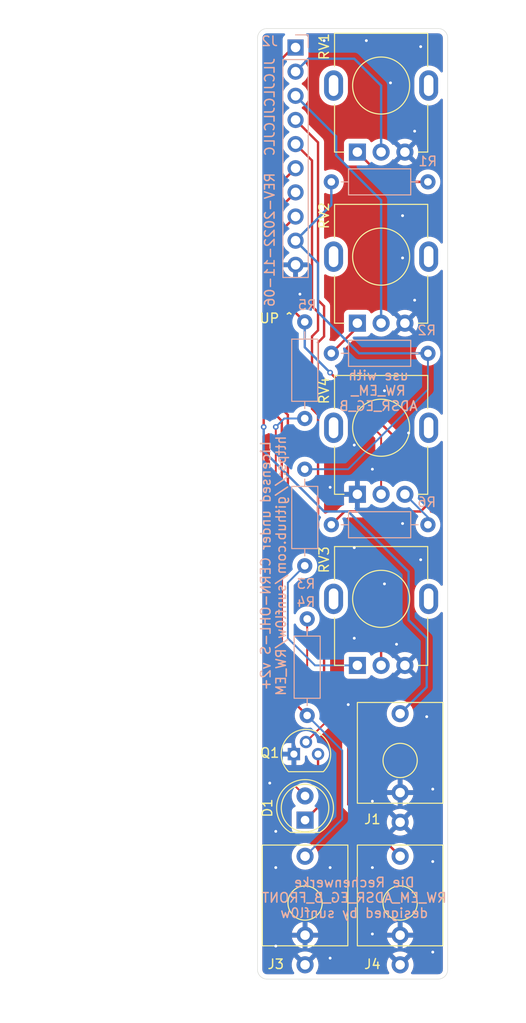
<source format=kicad_pcb>
(kicad_pcb (version 20211014) (generator pcbnew)
  (title_block (title "RW_EM_ADSR_EG_B_FRONT") (date "2022-11-06") (rev "2022-11-06") (comment 1 "Licensed under CERN-OHL-S v2") (comment 2 "https://github.com/sunfl0w/RW_EM"))
  (layers (0 "F.Cu" signal) (31 "B.Cu" signal) (34 "B.Paste" user) (35 "F.Paste" user) (36 "B.SilkS" user "B.Silkscreen") (37 "F.SilkS" user "F.Silkscreen") (38 "B.Mask" user) (39 "F.Mask" user) (44 "Edge.Cuts" user))
  (net 0 "")
  (net 1 "Net-(D1-Pad1)")
  (net 2 "Net-(D1-Pad2)")
  (net 3 "GND")
  (net 4 "GATE")
  (net 5 "A_CV")
  (net 6 "D_CV")
  (net 7 "S_CV")
  (net 8 "R_CV")
  (net 9 "ENV")
  (net 10 "INV_ENV")
  (net 11 "+12V")
  (net 12 "-12V")
  (net 13 "Net-(Q1-Pad2)")
  (net 14 "Net-(R1-Pad1)")
  (net 15 "Net-(R2-Pad1)")
  (net 16 "Net-(R3-Pad1)")
  (net 17 "Net-(R6-Pad1)")
  (footprint "RW_EurorackModular:Potentiometer_R0904N_SongHuei" (layer "F.Cu") (at 133 100)
    (fp_text reference "RV3" (at -6 -4.115 90 unlocked) (layer "F.SilkS"))
    (fp_text value "10k")
    (fp_line (start 0 -5.5) (end 4.9 -5.5) (layer "F.SilkS") (width 0.12))
    (fp_line (start 4.9 7) (end 3.9 7) (layer "F.SilkS") (width 0.12))
    (fp_line (start 4.9 -5.5) (end 4.9 -2) (layer "F.SilkS") (width 0.12))
    (fp_line (start -4.9 -5.5) (end -4.9 -2) (layer "F.SilkS") (width 0.12))
    (fp_line (start 4.9 7) (end 4.9 2) (layer "F.SilkS") (width 0.12))
    (fp_line (start -4.9 7) (end -4.9 2) (layer "F.SilkS") (width 0.12))
    (fp_line (start 0 -5.5) (end -4.9 -5.5) (layer "F.SilkS") (width 0.12))
    (fp_line (start -4.9 7) (end -3.9 7) (layer "F.SilkS") (width 0.12))
    (fp_circle (center 0 0) (end 3 0) (layer "F.SilkS") (width 0.12) (fill none))
    (pad "" thru_hole oval (at -5 0) (size 2 3.2) (drill oval 1 2.2) (layers *.Cu *.Mask))
    (pad "" thru_hole oval (at 5 0) (size 2 3.2) (drill oval 1 2.2) (layers *.Cu *.Mask))
    (pad "1" thru_hole rect (at -2.5 7) (size 1.8 1.8) (drill 1) (layers *.Cu *.Mask) (net 16 "Net-(R3-Pad1)"))
    (pad "2" thru_hole circle (at 0 7) (size 1.8 1.8) (drill 1) (layers *.Cu *.Mask) (net 8 "R_CV"))
    (pad "3" thru_hole circle (at 2.5 7) (size 1.8 1.8) (drill 1) (layers *.Cu *.Mask) (net 3 "GND"))
  )
  (footprint "RW_EurorackModular:PJ301M-12" (layer "F.Cu") (at 135 132)
    (fp_text reference "J4" (at -2.92 6.43 unlocked) (layer "F.SilkS"))
    (fp_text value "PJ301M-12")
    (fp_rect (start 4.5 -6.1) (end -4.5 4.5) (layer "F.SilkS") (width 0.12) (fill none))
    (fp_circle (center 0 0) (end 1.8 0) (layer "F.SilkS") (width 0.12) (fill none))
    (pad "S" thru_hole circle (at 0 6.5) (size 1.8 1.8) (drill 1) (layers *.Cu *.Mask) (net 3 "GND"))
    (pad "T" thru_hole circle (at 0 -4.92) (size 1.8 1.8) (drill 1) (layers *.Cu *.Mask) (net 10 "INV_ENV"))
    (pad "TN" thru_hole oval (at 0 3.38) (size 1.8 1.8) (drill oval 1) (layers *.Cu *.Mask) (net 3 "GND"))
  )
  (footprint "LED_THT:LED_D5.0mm" (layer "F.Cu") (at 125 123.275 90)
    (fp_text reference "D1" (at 1.27 -3.96 90) (layer "F.SilkS"))
    (fp_text value "LED")
    (fp_line (start -1.29 -1.545) (end -1.29 1.545) (layer "F.SilkS") (width 0.12))
    (fp_arc (start -1.29 -1.54483) (mid 2.072002 -2.880433) (end 4.26 0.000462) (layer "F.SilkS") (width 0.12))
    (fp_arc (start 4.26 -0.000462) (mid 2.072002 2.880433) (end -1.29 1.54483) (layer "F.SilkS") (width 0.12))
    (fp_circle (center 1.27 0) (end 3.77 0) (layer "F.SilkS") (width 0.12) (fill none))
    (pad "1" thru_hole rect (at 0 0 90) (size 1.8 1.8) (drill 0.9) (layers *.Cu *.Mask) (net 1 "Net-(D1-Pad1)"))
    (pad "2" thru_hole circle (at 2.54 0 90) (size 1.8 1.8) (drill 0.9) (layers *.Cu *.Mask) (net 2 "Net-(D1-Pad2)"))
  )
  (footprint "RW_EurorackModular:Potentiometer_R0904N_SongHuei" (layer "F.Cu") (at 133 82)
    (fp_text reference "RV4" (at -6 -3.895 90 unlocked) (layer "F.SilkS"))
    (fp_text value "10k")
    (fp_line (start -4.9 7) (end -4.9 2) (layer "F.SilkS") (width 0.12))
    (fp_line (start 0 -5.5) (end -4.9 -5.5) (layer "F.SilkS") (width 0.12))
    (fp_line (start 4.9 7) (end 4.9 2) (layer "F.SilkS") (width 0.12))
    (fp_line (start 0 -5.5) (end 4.9 -5.5) (layer "F.SilkS") (width 0.12))
    (fp_line (start 4.9 7) (end 3.9 7) (layer "F.SilkS") (width 0.12))
    (fp_line (start 4.9 -5.5) (end 4.9 -2) (layer "F.SilkS") (width 0.12))
    (fp_line (start -4.9 7) (end -3.9 7) (layer "F.SilkS") (width 0.12))
    (fp_line (start -4.9 -5.5) (end -4.9 -2) (layer "F.SilkS") (width 0.12))
    (fp_circle (center 0 0) (end 3 0) (layer "F.SilkS") (width 0.12) (fill none))
    (pad "" thru_hole oval (at 5 0) (size 2 3.2) (drill oval 1 2.2) (layers *.Cu *.Mask))
    (pad "" thru_hole oval (at -5 0) (size 2 3.2) (drill oval 1 2.2) (layers *.Cu *.Mask))
    (pad "1" thru_hole rect (at -2.5 7) (size 1.8 1.8) (drill 1) (layers *.Cu *.Mask) (net 3 "GND"))
    (pad "2" thru_hole circle (at 0 7) (size 1.8 1.8) (drill 1) (layers *.Cu *.Mask) (net 7 "S_CV"))
    (pad "3" thru_hole circle (at 2.5 7) (size 1.8 1.8) (drill 1) (layers *.Cu *.Mask) (net 17 "Net-(R6-Pad1)"))
  )
  (footprint "RW_EurorackModular:Potentiometer_R0904N_SongHuei" (layer "F.Cu") (at 133 46)
    (fp_text reference "RV1" (at -6 -4.09 90 unlocked) (layer "F.SilkS"))
    (fp_text value "10k")
    (fp_line (start 4.9 7) (end 3.9 7) (layer "F.SilkS") (width 0.12))
    (fp_line (start -4.9 7) (end -3.9 7) (layer "F.SilkS") (width 0.12))
    (fp_line (start -4.9 -5.5) (end -4.9 -2) (layer "F.SilkS") (width 0.12))
    (fp_line (start 4.9 7) (end 4.9 2) (layer "F.SilkS") (width 0.12))
    (fp_line (start 0 -5.5) (end -4.9 -5.5) (layer "F.SilkS") (width 0.12))
    (fp_line (start 0 -5.5) (end 4.9 -5.5) (layer "F.SilkS") (width 0.12))
    (fp_line (start -4.9 7) (end -4.9 2) (layer "F.SilkS") (width 0.12))
    (fp_line (start 4.9 -5.5) (end 4.9 -2) (layer "F.SilkS") (width 0.12))
    (fp_circle (center 0 0) (end 3 0) (layer "F.SilkS") (width 0.12) (fill none))
    (pad "" thru_hole oval (at 5 0) (size 2 3.2) (drill oval 1 2.2) (layers *.Cu *.Mask))
    (pad "" thru_hole oval (at -5 0) (size 2 3.2) (drill oval 1 2.2) (layers *.Cu *.Mask))
    (pad "1" thru_hole rect (at -2.5 7) (size 1.8 1.8) (drill 1) (layers *.Cu *.Mask) (net 14 "Net-(R1-Pad1)"))
    (pad "2" thru_hole circle (at 0 7) (size 1.8 1.8) (drill 1) (layers *.Cu *.Mask) (net 5 "A_CV"))
    (pad "3" thru_hole circle (at 2.5 7) (size 1.8 1.8) (drill 1) (layers *.Cu *.Mask) (net 3 "GND"))
  )
  (footprint "RW_EurorackModular:Potentiometer_R0904N_SongHuei" (layer "F.Cu") (at 133 64)
    (fp_text reference "RV2" (at -6 -4.31 90 unlocked) (layer "F.SilkS"))
    (fp_text value "10k")
    (fp_line (start 0 -5.5) (end 4.9 -5.5) (layer "F.SilkS") (width 0.12))
    (fp_line (start -4.9 7) (end -3.9 7) (layer "F.SilkS") (width 0.12))
    (fp_line (start 4.9 7) (end 3.9 7) (layer "F.SilkS") (width 0.12))
    (fp_line (start -4.9 7) (end -4.9 2) (layer "F.SilkS") (width 0.12))
    (fp_line (start 0 -5.5) (end -4.9 -5.5) (layer "F.SilkS") (width 0.12))
    (fp_line (start 4.9 -5.5) (end 4.9 -2) (layer "F.SilkS") (width 0.12))
    (fp_line (start 4.9 7) (end 4.9 2) (layer "F.SilkS") (width 0.12))
    (fp_line (start -4.9 -5.5) (end -4.9 -2) (layer "F.SilkS") (width 0.12))
    (fp_circle (center 0 0) (end 3 0) (layer "F.SilkS") (width 0.12) (fill none))
    (pad "" thru_hole oval (at 5 0) (size 2 3.2) (drill oval 1 2.2) (layers *.Cu *.Mask))
    (pad "" thru_hole oval (at -5 0) (size 2 3.2) (drill oval 1 2.2) (layers *.Cu *.Mask))
    (pad "1" thru_hole rect (at -2.5 7) (size 1.8 1.8) (drill 1) (layers *.Cu *.Mask) (net 15 "Net-(R2-Pad1)"))
    (pad "2" thru_hole circle (at 0 7) (size 1.8 1.8) (drill 1) (layers *.Cu *.Mask) (net 6 "D_CV"))
    (pad "3" thru_hole circle (at 2.5 7) (size 1.8 1.8) (drill 1) (layers *.Cu *.Mask) (net 3 "GND"))
  )
  (footprint "Package_TO_SOT_THT:TO-92" (layer "F.Cu") (at 123.825 116.332)
    (fp_text reference "Q1" (at -2.54 -0.127) (layer "F.SilkS"))
    (fp_text value "2N5551")
    (fp_line (start -0.53 1.85) (end 3.07 1.85) (layer "F.SilkS") (width 0.12))
    (fp_arc (start -0.568478 1.838478) (mid -1.132087 -0.994977) (end 1.27 -2.6) (layer "F.SilkS") (width 0.12))
    (fp_arc (start 1.27 -2.6) (mid 3.672087 -0.994977) (end 3.108478 1.838478) (layer "F.SilkS") (width 0.12))
    (pad "1" thru_hole rect (at 0 0) (size 1.3 1.3) (drill 0.75) (layers *.Cu *.Mask) (net 3 "GND"))
    (pad "2" thru_hole circle (at 1.27 -1.27) (size 1.3 1.3) (drill 0.75) (layers *.Cu *.Mask) (net 13 "Net-(Q1-Pad2)"))
    (pad "3" thru_hole circle (at 2.54 0) (size 1.3 1.3) (drill 0.75) (layers *.Cu *.Mask) (net 1 "Net-(D1-Pad1)"))
  )
  (footprint "RW_EurorackModular:PJ301M-12" (layer "F.Cu") (at 125 132)
    (fp_text reference "J3" (at -3.08 6.43 unlocked) (layer "F.SilkS"))
    (fp_text value "PJ301M-12")
    (fp_rect (start 4.5 -6.1) (end -4.5 4.5) (layer "F.SilkS") (width 0.12) (fill none))
    (fp_circle (center 0 0) (end 1.8 0) (layer "F.SilkS") (width 0.12) (fill none))
    (pad "S" thru_hole circle (at 0 6.5) (size 1.8 1.8) (drill 1) (layers *.Cu *.Mask) (net 3 "GND"))
    (pad "T" thru_hole circle (at 0 -4.92) (size 1.8 1.8) (drill 1) (layers *.Cu *.Mask) (net 9 "ENV"))
    (pad "TN" thru_hole oval (at 0 3.38) (size 1.8 1.8) (drill oval 1) (layers *.Cu *.Mask) (net 3 "GND"))
  )
  (footprint "RW_EurorackModular:PJ301M-12" (layer "F.Cu") (at 135 117)
    (fp_text reference "J1" (at -2.92 6.19 unlocked) (layer "F.SilkS"))
    (fp_text value "PJ301M-12")
    (fp_rect (start 4.5 -6.1) (end -4.5 4.5) (layer "F.SilkS") (width 0.12) (fill none))
    (fp_circle (center 0 0) (end 1.8 0) (layer "F.SilkS") (width 0.12) (fill none))
    (pad "S" thru_hole circle (at 0 6.5) (size 1.8 1.8) (drill 1) (layers *.Cu *.Mask) (net 3 "GND"))
    (pad "T" thru_hole circle (at 0 -4.92) (size 1.8 1.8) (drill 1) (layers *.Cu *.Mask) (net 4 "GATE"))
    (pad "TN" thru_hole oval (at 0 3.38) (size 1.8 1.8) (drill oval 1) (layers *.Cu *.Mask) (net 3 "GND"))
  )
  (footprint "Resistor_THT:R_Axial_DIN0207_L6.3mm_D2.5mm_P10.16mm_Horizontal" (layer "B.Cu") (at 124.968 96.52 90)
    (fp_text reference "R3" (at -1.905 0.127) (layer "B.SilkS") (effects (justify mirror)))
    (fp_text value "560k")
    (fp_line (start 1.81 1.37) (end 1.81 -1.37) (layer "B.SilkS") (width 0.12))
    (fp_line (start 1.04 0) (end 1.81 0) (layer "B.SilkS") (width 0.12))
    (fp_line (start 9.12 0) (end 8.35 0) (layer "B.SilkS") (width 0.12))
    (fp_line (start 8.35 1.37) (end 1.81 1.37) (layer "B.SilkS") (width 0.12))
    (fp_line (start 8.35 -1.37) (end 8.35 1.37) (layer "B.SilkS") (width 0.12))
    (fp_line (start 1.81 -1.37) (end 8.35 -1.37) (layer "B.SilkS") (width 0.12))
    (pad "1" thru_hole circle (at 0 0 90) (size 1.6 1.6) (drill 0.8) (layers *.Cu *.Mask) (net 16 "Net-(R3-Pad1)"))
    (pad "2" thru_hole oval (at 10.16 0 90) (size 1.6 1.6) (drill 0.8) (layers *.Cu *.Mask) (net 12 "-12V"))
  )
  (footprint "Resistor_THT:R_Axial_DIN0207_L6.3mm_D2.5mm_P10.16mm_Horizontal" (layer "B.Cu") (at 137.922 92.202 180)
    (fp_text reference "R6" (at 0.127 2.37) (layer "B.SilkS") (effects (justify mirror)))
    (fp_text value "14k")
    (fp_line (start 8.35 1.37) (end 1.81 1.37) (layer "B.SilkS") (width 0.12))
    (fp_line (start 8.35 -1.37) (end 8.35 1.37) (layer "B.SilkS") (width 0.12))
    (fp_line (start 1.81 -1.37) (end 8.35 -1.37) (layer "B.SilkS") (width 0.12))
    (fp_line (start 1.04 0) (end 1.81 0) (layer "B.SilkS") (width 0.12))
    (fp_line (start 1.81 1.37) (end 1.81 -1.37) (layer "B.SilkS") (width 0.12))
    (fp_line (start 9.12 0) (end 8.35 0) (layer "B.SilkS") (width 0.12))
    (pad "1" thru_hole circle (at 0 0 180) (size 1.6 1.6) (drill 0.8) (layers *.Cu *.Mask) (net 17 "Net-(R6-Pad1)"))
    (pad "2" thru_hole oval (at 10.16 0 180) (size 1.6 1.6) (drill 0.8) (layers *.Cu *.Mask) (net 11 "+12V"))
  )
  (footprint "Resistor_THT:R_Axial_DIN0207_L6.3mm_D2.5mm_P10.16mm_Horizontal" (layer "B.Cu") (at 127.762 74.168)
    (fp_text reference "R2" (at 10.033 -2.413) (layer "B.SilkS") (effects (justify mirror)))
    (fp_text value "560k")
    (fp_line (start 1.04 0) (end 1.81 0) (layer "B.SilkS") (width 0.12))
    (fp_line (start 8.35 -1.37) (end 8.35 1.37) (layer "B.SilkS") (width 0.12))
    (fp_line (start 1.81 1.37) (end 1.81 -1.37) (layer "B.SilkS") (width 0.12))
    (fp_line (start 1.81 -1.37) (end 8.35 -1.37) (layer "B.SilkS") (width 0.12))
    (fp_line (start 9.12 0) (end 8.35 0) (layer "B.SilkS") (width 0.12))
    (fp_line (start 8.35 1.37) (end 1.81 1.37) (layer "B.SilkS") (width 0.12))
    (pad "1" thru_hole circle (at 0 0) (size 1.6 1.6) (drill 0.8) (layers *.Cu *.Mask) (net 15 "Net-(R2-Pad1)"))
    (pad "2" thru_hole oval (at 10.16 0) (size 1.6 1.6) (drill 0.8) (layers *.Cu *.Mask) (net 12 "-12V"))
  )
  (footprint "Resistor_THT:R_Axial_DIN0207_L6.3mm_D2.5mm_P10.16mm_Horizontal" (layer "B.Cu") (at 125.222 102.108 -90)
    (fp_text reference "R4" (at -1.778 0.127 180) (layer "B.SilkS") (effects (justify mirror)))
    (fp_text value "10k")
    (fp_line (start 9.12 0) (end 8.35 0) (layer "B.SilkS") (width 0.12))
    (fp_line (start 8.35 1.37) (end 1.81 1.37) (layer "B.SilkS") (width 0.12))
    (fp_line (start 1.04 0) (end 1.81 0) (layer "B.SilkS") (width 0.12))
    (fp_line (start 1.81 1.37) (end 1.81 -1.37) (layer "B.SilkS") (width 0.12))
    (fp_line (start 1.81 -1.37) (end 8.35 -1.37) (layer "B.SilkS") (width 0.12))
    (fp_line (start 8.35 -1.37) (end 8.35 1.37) (layer "B.SilkS") (width 0.12))
    (pad "1" thru_hole circle (at 0 0 270) (size 1.6 1.6) (drill 0.8) (layers *.Cu *.Mask) (net 13 "Net-(Q1-Pad2)"))
    (pad "2" thru_hole oval (at 10.16 0 270) (size 1.6 1.6) (drill 0.8) (layers *.Cu *.Mask) (net 9 "ENV"))
  )
  (footprint "Connector_PinHeader_2.54mm:PinHeader_1x10_P2.54mm_Vertical" (layer "B.Cu") (at 124 42 180)
    (fp_text reference "J2" (at 2.715 0.665) (layer "B.SilkS") (effects (justify mirror)))
    (fp_text value "PCB_CONN")
    (fp_line (start -1.33 1.33) (end 0 1.33) (layer "B.SilkS") (width 0.12))
    (fp_line (start -1.33 -1.27) (end -1.33 -24.19) (layer "B.SilkS") (width 0.12))
    (fp_line (start -1.33 0) (end -1.33 1.33) (layer "B.SilkS") (width 0.12))
    (fp_line (start 1.33 -1.27) (end 1.33 -24.19) (layer "B.SilkS") (width 0.12))
    (fp_line (start -1.33 -24.19) (end 1.33 -24.19) (layer "B.SilkS") (width 0.12))
    (fp_line (start -1.33 -1.27) (end 1.33 -1.27) (layer "B.SilkS") (width 0.12))
    (pad "1" thru_hole rect (at 0 0 180) (size 1.7 1.7) (drill 1) (layers *.Cu *.Mask) (net 4 "GATE"))
    (pad "2" thru_hole oval (at 0 -2.54 180) (size 1.7 1.7) (drill 1) (layers *.Cu *.Mask) (net 5 "A_CV"))
    (pad "3" thru_hole oval (at 0 -5.08 180) (size 1.7 1.7) (drill 1) (layers *.Cu *.Mask) (net 6 "D_CV"))
    (pad "4" thru_hole oval (at 0 -7.62 180) (size 1.7 1.7) (drill 1) (layers *.Cu *.Mask) (net 7 "S_CV"))
    (pad "5" thru_hole oval (at 0 -10.16 180) (size 1.7 1.7) (drill 1) (layers *.Cu *.Mask) (net 8 "R_CV"))
    (pad "6" thru_hole oval (at 0 -12.7 180) (size 1.7 1.7) (drill 1) (layers *.Cu *.Mask) (net 9 "ENV"))
    (pad "7" thru_hole oval (at 0 -15.24 180) (size 1.7 1.7) (drill 1) (layers *.Cu *.Mask) (net 10 "INV_ENV"))
    (pad "8" thru_hole oval (at 0 -17.78 180) (size 1.7 1.7) (drill 1) (layers *.Cu *.Mask) (net 11 "+12V"))
    (pad "9" thru_hole oval (at 0 -20.32 180) (size 1.7 1.7) (drill 1) (layers *.Cu *.Mask) (net 12 "-12V"))
    (pad "10" thru_hole oval (at 0 -22.86 180) (size 1.7 1.7) (drill 1) (layers *.Cu *.Mask) (net 3 "GND"))
  )
  (footprint "Resistor_THT:R_Axial_DIN0207_L6.3mm_D2.5mm_P10.16mm_Horizontal" (layer "B.Cu") (at 137.922 56.134 180)
    (fp_text reference "R1" (at 0.022 2.159) (layer "B.SilkS") (effects (justify mirror)))
    (fp_text value "560k")
    (fp_line (start 8.35 1.37) (end 1.81 1.37) (layer "B.SilkS") (width 0.12))
    (fp_line (start 1.81 1.37) (end 1.81 -1.37) (layer "B.SilkS") (width 0.12))
    (fp_line (start 1.04 0) (end 1.81 0) (layer "B.SilkS") (width 0.12))
    (fp_line (start 1.81 -1.37) (end 8.35 -1.37) (layer "B.SilkS") (width 0.12))
    (fp_line (start 8.35 -1.37) (end 8.35 1.37) (layer "B.SilkS") (width 0.12))
    (fp_line (start 9.12 0) (end 8.35 0) (layer "B.SilkS") (width 0.12))
    (pad "1" thru_hole circle (at 0 0 180) (size 1.6 1.6) (drill 0.8) (layers *.Cu *.Mask) (net 14 "Net-(R1-Pad1)"))
    (pad "2" thru_hole oval (at 10.16 0 180) (size 1.6 1.6) (drill 0.8) (layers *.Cu *.Mask) (net 12 "-12V"))
  )
  (footprint "Resistor_THT:R_Axial_DIN0207_L6.3mm_D2.5mm_P10.16mm_Horizontal" (layer "B.Cu") (at 124.968 81.026 90)
    (fp_text reference "R5" (at 11.938 0.254 180) (layer "B.SilkS") (effects (justify mirror)))
    (fp_text value "2k")
    (fp_line (start 8.35 -1.37) (end 8.35 1.37) (layer "B.SilkS") (width 0.12))
    (fp_line (start 9.12 0) (end 8.35 0) (layer "B.SilkS") (width 0.12))
    (fp_line (start 1.04 0) (end 1.81 0) (layer "B.SilkS") (width 0.12))
    (fp_line (start 8.35 1.37) (end 1.81 1.37) (layer "B.SilkS") (width 0.12))
    (fp_line (start 1.81 1.37) (end 1.81 -1.37) (layer "B.SilkS") (width 0.12))
    (fp_line (start 1.81 -1.37) (end 8.35 -1.37) (layer "B.SilkS") (width 0.12))
    (pad "1" thru_hole circle (at 0 0 90) (size 1.6 1.6) (drill 0.8) (layers *.Cu *.Mask) (net 2 "Net-(D1-Pad2)"))
    (pad "2" thru_hole oval (at 10.16 0 90) (size 1.6 1.6) (drill 0.8) (layers *.Cu *.Mask) (net 11 "+12V"))
  )
  (gr_line (start 139 40) (end 121 40) (layer "Edge.Cuts") (width 0.05))
  (gr_line (start 120 139) (end 120 41) (layer "Edge.Cuts") (width 0.05))
  (gr_arc (start 140 139) (mid 139.707107 139.707107) (end 139 140) (layer "Edge.Cuts") (width 0.05))
  (gr_arc (start 139 40) (mid 139.707107 40.292893) (end 140 41) (layer "Edge.Cuts") (width 0.05))
  (gr_arc (start 121 140) (mid 120.292893 139.707107) (end 120 139) (layer "Edge.Cuts") (width 0.05))
  (gr_line (start 140 41) (end 140 139) (layer "Edge.Cuts") (width 0.05))
  (gr_line (start 139 140) (end 121 140) (layer "Edge.Cuts") (width 0.05))
  (gr_arc (start 120 41) (mid 120.292893 40.292893) (end 121 40) (layer "Edge.Cuts") (width 0.05))
  (gr_text "Die Rechenwerke\nRW_EM_ADSR_EG_B_FRONT\ndesigned by sunfl0w" (at 130.175 131.445) (layer "B.SilkS") (effects (font (size 1 1) (thickness 0.16)) (justify mirror)))
  (gr_text "Licensed under CERN-OHL-S v2+\nhttps://github.com/sunfl0w/RW_EM" (at 121.666 96.52 90) (layer "B.SilkS") (effects (font (size 1 1) (thickness 0.16)) (justify mirror)))
  (gr_text "REV-2022-11-06" (at 121.285 62.23 90) (layer "B.SilkS") (effects (font (size 1 1) (thickness 0.16)) (justify mirror)))
  (gr_text "JLCJLCJLCJLC" (at 121.285 48.26 90) (layer "B.SilkS") (effects (font (size 1 1) (thickness 0.16)) (justify mirror)))
  (gr_text "use with\nRW_EM_\nADSR_EG_B" (at 132.715 78.105) (layer "B.SilkS") (effects (font (size 1 1) (thickness 0.16)) (justify mirror)))
  (gr_text "UP ^" (at 121.92 70.485) (layer "F.SilkS") (effects (font (size 1 1) (thickness 0.16))))
  (segment (start 127 119.126) (end 127 121.275) (width 0.25) (layer "F.Cu") (net 1))
  (segment (start 127 121.275) (end 125 123.275) (width 0.25) (layer "F.Cu") (net 1))
  (segment (start 126.365 118.491) (end 126.365 116.332) (width 0.25) (layer "F.Cu") (net 1))
  (segment (start 127 119.126) (end 126.365 118.491) (width 0.25) (layer "F.Cu") (net 1))
  (segment (start 125 120.735) (end 121.92 117.655) (width 0.2) (layer "F.Cu") (net 2))
  (segment (start 121.92 117.655) (end 121.92 81.915) (width 0.2) (layer "F.Cu") (net 2))
  (via (at 121.92 81.915) (size 0.6) (drill 0.3) (layers "F.Cu" "B.Cu") (net 2))
  (segment (start 122.809 81.026) (end 124.968 81.026) (width 0.2) (layer "B.Cu") (net 2))
  (segment (start 121.92 81.915) (end 122.809 81.026) (width 0.2) (layer "B.Cu") (net 2))
  (via (at 130.175 94.615) (size 0.6) (drill 0.3) (layers "F.Cu" "B.Cu") (net 3))
  (via (at 127.635 128.27) (size 0.6) (drill 0.3) (layers "F.Cu" "B.Cu") (net 3))
  (via (at 137.16 41.91) (size 0.6) (drill 0.3) (layers "F.Cu" "B.Cu") (net 3))
  (via (at 127.635 88.265) (size 0.6) (drill 0.3) (layers "F.Cu" "B.Cu") (net 3))
  (via (at 130.175 104.14) (size 0.6) (drill 0.3) (layers "F.Cu" "B.Cu") (net 3))
  (via (at 136.525 68.58) (size 0.6) (drill 0.3) (layers "F.Cu" "B.Cu") (net 3))
  (via (at 135.255 92.075) (size 0.6) (drill 0.3) (layers "F.Cu" "B.Cu") (net 3))
  (via (at 121.92 136.525) (size 0.6) (drill 0.3) (layers "F.Cu" "B.Cu") (net 3))
  (via (at 133.985 45.72) (size 0.6) (drill 0.3) (layers "F.Cu" "B.Cu") (net 3))
  (via (at 121.92 128.27) (size 0.6) (drill 0.3) (layers "F.Cu" "B.Cu") (net 3))
  (via (at 138.43 127.635) (size 0.6) (drill 0.3) (layers "F.Cu" "B.Cu") (net 3))
  (via (at 134.62 104.775) (size 0.6) (drill 0.3) (layers "F.Cu" "B.Cu") (net 3))
  (via (at 132.08 86.36) (size 0.6) (drill 0.3) (layers "F.Cu" "B.Cu") (net 3))
  (via (at 137.795 112.395) (size 0.6) (drill 0.3) (layers "F.Cu" "B.Cu") (net 3))
  (via (at 129.54 111.125) (size 0.6) (drill 0.3) (layers "F.Cu" "B.Cu") (net 3))
  (via (at 132.08 121.285) (size 0.6) (drill 0.3) (layers "F.Cu" "B.Cu") (net 3))
  (via (at 133.35 98.425) (size 0.6) (drill 0.3) (layers "F.Cu" "B.Cu") (net 3))
  (via (at 136.525 50.8) (size 0.6) (drill 0.3) (layers "F.Cu" "B.Cu") (net 3))
  (via (at 135.89 82.55) (size 0.6) (drill 0.3) (layers "F.Cu" "B.Cu") (net 3))
  (via (at 138.43 137.16) (size 0.6) (drill 0.3) (layers "F.Cu" "B.Cu") (net 3))
  (via (at 127.635 137.795) (size 0.6) (drill 0.3) (layers "F.Cu" "B.Cu") (net 3))
  (via (at 135.255 59.69) (size 0.6) (drill 0.3) (layers "F.Cu" "B.Cu") (net 3))
  (via (at 121.285 119.38) (size 0.6) (drill 0.3) (layers "F.Cu" "B.Cu") (net 3))
  (via (at 131.445 41.275) (size 0.6) (drill 0.3) (layers "F.Cu" "B.Cu") (net 3))
  (via (at 132.08 128.27) (size 0.6) (drill 0.3) (layers "F.Cu" "B.Cu") (net 3))
  (via (at 124.46 67.945) (size 0.6) (drill 0.3) (layers "F.Cu" "B.Cu") (net 3))
  (via (at 127 41.275) (size 0.6) (drill 0.3) (layers "F.Cu" "B.Cu") (net 3))
  (via (at 135.255 64.135) (size 0.6) (drill 0.3) (layers "F.Cu" "B.Cu") (net 3))
  (via (at 138.43 120.015) (size 0.6) (drill 0.3) (layers "F.Cu" "B.Cu") (net 3))
  (via (at 130.175 83.82) (size 0.6) (drill 0.3) (layers "F.Cu" "B.Cu") (net 3))
  (via (at 137.16 95.885) (size 0.6) (drill 0.3) (layers "F.Cu" "B.Cu") (net 3))
  (via (at 132.08 135.255) (size 0.6) (drill 0.3) (layers "F.Cu" "B.Cu") (net 3))
  (via (at 121.92 124.46) (size 0.6) (drill 0.3) (layers "F.Cu" "B.Cu") (net 3))
  (via (at 133.35 78.105) (size 0.6) (drill 0.3) (layers "F.Cu" "B.Cu") (net 3))
  (segment (start 123.735 42) (end 120.65 45.085) (width 0.25) (layer "F.Cu") (net 4))
  (segment (start 120.65 45.085) (end 120.65 81.915) (width 0.25) (layer "F.Cu") (net 4))
  (segment (start 124 42) (end 123.735 42) (width 0.25) (layer "F.Cu") (net 4))
  (via (at 120.65 81.915) (size 0.6) (drill 0.3) (layers "F.Cu" "B.Cu") (net 4))
  (segment (start 135.89 97.155) (end 135.89 102.235) (width 0.25) (layer "B.Cu") (net 4))
  (segment (start 137.795 104.14) (end 137.795 109.285) (width 0.25) (layer "B.Cu") (net 4))
  (segment (start 120.65 84.455) (end 127 90.805) (width 0.25) (layer "B.Cu") (net 4))
  (segment (start 129.54 90.805) (end 135.89 97.155) (width 0.25) (layer "B.Cu") (net 4))
  (segment (start 120.65 81.915) (end 120.65 84.455) (width 0.25) (layer "B.Cu") (net 4))
  (segment (start 135.89 102.235) (end 137.795 104.14) (width 0.25) (layer "B.Cu") (net 4))
  (segment (start 127 90.805) (end 129.54 90.805) (width 0.25) (layer "B.Cu") (net 4))
  (segment (start 137.795 109.285) (end 135 112.08) (width 0.25) (layer "B.Cu") (net 4))
  (segment (start 130.175 43.18) (end 133 46.005) (width 0.25) (layer "B.Cu") (net 5))
  (segment (start 125.36 43.18) (end 130.175 43.18) (width 0.25) (layer "B.Cu") (net 5))
  (segment (start 133 46.005) (end 133 53) (width 0.25) (layer "B.Cu") (net 5))
  (segment (start 124 44.54) (end 125.36 43.18) (width 0.25) (layer "B.Cu") (net 5))
  (segment (start 128.27 53.34) (end 133 58.07) (width 0.25) (layer "B.Cu") (net 6))
  (segment (start 133 58.07) (end 133 71) (width 0.25) (layer "B.Cu") (net 6))
  (segment (start 124 47.08) (end 128.27 51.35) (width 0.25) (layer "B.Cu") (net 6))
  (segment (start 128.27 51.35) (end 128.27 53.34) (width 0.25) (layer "B.Cu") (net 6))
  (segment (start 133 89) (end 133 82.835) (width 0.2) (layer "F.Cu") (net 7))
  (segment (start 126.365 76.2) (end 126.365 73.025) (width 0.2) (layer "F.Cu") (net 7))
  (segment (start 127 69.215) (end 127 72.39) (width 0.25) (layer "F.Cu") (net 7))
  (segment (start 133 82.835) (end 126.365 76.2) (width 0.2) (layer "F.Cu") (net 7))
  (segment (start 126.365 68.58) (end 127 69.215) (width 0.25) (layer "F.Cu") (net 7))
  (segment (start 124 49.62) (end 126.365 51.985) (width 0.25) (layer "F.Cu") (net 7))
  (segment (start 126.365 51.985) (end 126.365 68.58) (width 0.25) (layer "F.Cu") (net 7))
  (segment (start 127 72.39) (end 126.365 73.025) (width 0.25) (layer "F.Cu") (net 7))
  (segment (start 126.365 71.755) (end 125.73 72.39) (width 0.25) (layer "F.Cu") (net 8))
  (segment (start 133 100.615) (end 133 107) (width 0.25) (layer "F.Cu") (net 8))
  (segment (start 126.365 80.645) (end 126.365 93.98) (width 0.25) (layer "F.Cu") (net 8))
  (segment (start 125.73 69.215) (end 126.365 69.85) (width 0.25) (layer "F.Cu") (net 8))
  (segment (start 126.365 93.98) (end 133 100.615) (width 0.25) (layer "F.Cu") (net 8))
  (segment (start 125.73 80.01) (end 126.365 80.645) (width 0.25) (layer "F.Cu") (net 8))
  (segment (start 125.73 72.39) (end 125.73 80.01) (width 0.25) (layer "F.Cu") (net 8))
  (segment (start 125.73 53.89) (end 125.73 69.215) (width 0.25) (layer "F.Cu") (net 8))
  (segment (start 124 52.16) (end 125.73 53.89) (width 0.25) (layer "F.Cu") (net 8))
  (segment (start 126.365 69.85) (end 126.365 71.755) (width 0.25) (layer "F.Cu") (net 8))
  (segment (start 122.555 81.28) (end 122.555 109.601) (width 0.25) (layer "F.Cu") (net 9))
  (segment (start 121.285 57.415) (end 121.285 80.01) (width 0.25) (layer "F.Cu") (net 9))
  (segment (start 124 54.7) (end 121.285 57.415) (width 0.25) (layer "F.Cu") (net 9))
  (segment (start 122.555 109.601) (end 125.222 112.268) (width 0.25) (layer "F.Cu") (net 9))
  (segment (start 121.285 80.01) (end 122.555 81.28) (width 0.25) (layer "F.Cu") (net 9))
  (segment (start 128.905 123.175) (end 128.905 115.951) (width 0.2) (layer "B.Cu") (net 9))
  (segment (start 128.905 115.951) (end 125.222 112.268) (width 0.2) (layer "B.Cu") (net 9))
  (segment (start 125 127.08) (end 128.905 123.175) (width 0.2) (layer "B.Cu") (net 9))
  (segment (start 123.19 80.645) (end 123.19 92.075) (width 0.25) (layer "F.Cu") (net 10))
  (segment (start 123.19 92.075) (end 130.175 99.06) (width 0.25) (layer "F.Cu") (net 10))
  (segment (start 129.54 113.03) (end 129.54 121.62) (width 0.25) (layer "F.Cu") (net 10))
  (segment (start 124 57.24) (end 121.92 59.32) (width 0.25) (layer "F.Cu") (net 10))
  (segment (start 130.175 101.6) (end 127 104.775) (width 0.25) (layer "F.Cu") (net 10))
  (segment (start 127 104.775) (end 127 110.49) (width 0.25) (layer "F.Cu") (net 10))
  (segment (start 121.92 79.375) (end 123.19 80.645) (width 0.25) (layer "F.Cu") (net 10))
  (segment (start 127 110.49) (end 129.54 113.03) (width 0.25) (layer "F.Cu") (net 10))
  (segment (start 130.175 99.06) (end 130.175 101.6) (width 0.25) (layer "F.Cu") (net 10))
  (segment (start 121.92 59.32) (end 121.92 79.375) (width 0.25) (layer "F.Cu") (net 10))
  (segment (start 129.54 121.62) (end 135 127.08) (width 0.25) (layer "F.Cu") (net 10))
  (segment (start 129.159 90.805) (end 127.762 92.202) (width 0.25) (layer "F.Cu") (net 11))
  (segment (start 124 59.78) (end 122.555 61.225) (width 0.25) (layer "F.Cu") (net 11))
  (segment (start 122.555 61.225) (end 122.555 68.453) (width 0.25) (layer "F.Cu") (net 11))
  (segment (start 137.795 90.17) (end 137.16 90.805) (width 0.25) (layer "F.Cu") (net 11))
  (segment (start 127.635 76.2) (end 137.795 86.36) (width 0.25) (layer "F.Cu") (net 11))
  (segment (start 137.16 90.805) (end 129.159 90.805) (width 0.25) (layer "F.Cu") (net 11))
  (segment (start 122.555 68.453) (end 124.968 70.866) (width 0.25) (layer "F.Cu") (net 11))
  (segment (start 137.795 86.36) (end 137.795 90.17) (width 0.25) (layer "F.Cu") (net 11))
  (via (at 127.635 76.2) (size 0.6) (drill 0.3) (layers "F.Cu" "B.Cu") (net 11))
  (segment (start 124.968 70.866) (end 124.968 73.533) (width 0.25) (layer "B.Cu") (net 11))
  (segment (start 124.968 73.533) (end 127.635 76.2) (width 0.25) (layer "B.Cu") (net 11))
  (segment (start 137.922 77.978) (end 137.922 74.168) (width 0.2) (layer "B.Cu") (net 12))
  (segment (start 130.683 74.168) (end 137.922 74.168) (width 0.25) (layer "B.Cu") (net 12))
  (segment (start 124 62.32) (end 127.762 58.558) (width 0.25) (layer "B.Cu") (net 12))
  (segment (start 124.968 86.36) (end 129.54 86.36) (width 0.2) (layer "B.Cu") (net 12))
  (segment (start 127.762 58.558) (end 127.762 56.134) (width 0.25) (layer "B.Cu") (net 12))
  (segment (start 126.365 64.685) (end 126.365 69.85) (width 0.25) (layer "B.Cu") (net 12))
  (segment (start 124 62.32) (end 126.365 64.685) (width 0.25) (layer "B.Cu") (net 12))
  (segment (start 129.54 86.36) (end 137.922 77.978) (width 0.2) (layer "B.Cu") (net 12))
  (segment (start 126.365 69.85) (end 130.683 74.168) (width 0.25) (layer "B.Cu") (net 12))
  (segment (start 125.222 109.982) (end 125.222 102.108) (width 0.2) (layer "F.Cu") (net 13))
  (segment (start 127 111.76) (end 125.222 109.982) (width 0.2) (layer "F.Cu") (net 13))
  (segment (start 127 111.76) (end 127 113.157) (width 0.2) (layer "F.Cu") (net 13))
  (segment (start 127 113.157) (end 125.095 115.062) (width 0.2) (layer "F.Cu") (net 13))
  (segment (start 137.922 56.134) (end 133.634 56.134) (width 0.25) (layer "F.Cu") (net 14))
  (segment (start 133.634 56.134) (end 130.5 53) (width 0.25) (layer "F.Cu") (net 14))
  (segment (start 130.5 71.43) (end 130.5 71) (width 0.25) (layer "F.Cu") (net 15))
  (segment (start 127.762 74.168) (end 130.5 71.43) (width 0.25) (layer "F.Cu") (net 15))
  (segment (start 126.05 107) (end 123.19 104.14) (width 0.2) (layer "B.Cu") (net 16))
  (segment (start 123.19 104.14) (end 123.19 98.298) (width 0.2) (layer "B.Cu") (net 16))
  (segment (start 123.19 98.298) (end 124.968 96.52) (width 0.2) (layer "B.Cu") (net 16))
  (segment (start 130.5 107) (end 126.05 107) (width 0.2) (layer "B.Cu") (net 16))
  (segment (start 137.922 91.422) (end 137.922 92.202) (width 0.2) (layer "B.Cu") (net 17))
  (segment (start 135.5 89) (end 137.922 91.422) (width 0.2) (layer "B.Cu") (net 17))
  (zone (net 3) (net_name "GND") (layer "F.Cu") (connect_pads (clearance 0.508)) (min_thickness 0.254) (fill yes (thermal_gap 0.508) (thermal_bridge_width 0.508))
    (polygon (pts (xy 140 140) (xy 120 140) (xy 120 40) (xy 140 40)))
  )
  (zone (net 3) (net_name "GND") (layer "B.Cu") (connect_pads (clearance 0.508)) (min_thickness 0.254) (fill yes (thermal_gap 0.508) (thermal_bridge_width 0.508))
    (polygon (pts (xy 140 140) (xy 120 140) (xy 120 40) (xy 140 40)))
  )
)
</source>
